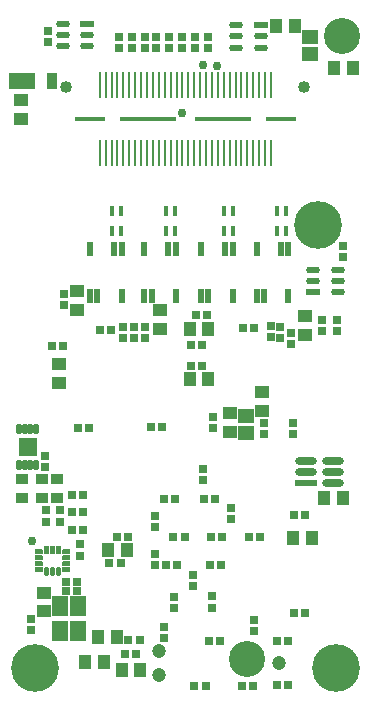
<source format=gbs>
G04*
G04 #@! TF.GenerationSoftware,Altium Limited,Altium Designer,22.8.2 (66)*
G04*
G04 Layer_Color=16711935*
%FSLAX25Y25*%
%MOIN*%
G70*
G04*
G04 #@! TF.SameCoordinates,FBB38BD8-B248-4C14-88E0-E7BD1AE39475*
G04*
G04*
G04 #@! TF.FilePolarity,Negative*
G04*
G01*
G75*
%ADD57R,0.07301X0.02410*%
G04:AMPARAMS|DCode=58|XSize=73.01mil|YSize=24.1mil|CornerRadius=12.05mil|HoleSize=0mil|Usage=FLASHONLY|Rotation=0.000|XOffset=0mil|YOffset=0mil|HoleType=Round|Shape=RoundedRectangle|*
%AMROUNDEDRECTD58*
21,1,0.07301,0.00000,0,0,0.0*
21,1,0.04891,0.02410,0,0,0.0*
1,1,0.02410,0.02445,0.00000*
1,1,0.02410,-0.02445,0.00000*
1,1,0.02410,-0.02445,0.00000*
1,1,0.02410,0.02445,0.00000*
%
%ADD58ROUNDEDRECTD58*%
%ADD68R,0.02756X0.02913*%
%ADD69R,0.02913X0.02756*%
%ADD71R,0.02800X0.02500*%
%ADD74R,0.02769X0.02965*%
%ADD75R,0.04540X0.04147*%
%ADD78R,0.02500X0.02800*%
%ADD80R,0.02965X0.02769*%
%ADD81R,0.04147X0.04540*%
%ADD86R,0.04343X0.03753*%
%ADD90C,0.12000*%
G04:AMPARAMS|DCode=91|XSize=35.95mil|YSize=18.63mil|CornerRadius=7.72mil|HoleSize=0mil|Usage=FLASHONLY|Rotation=270.000|XOffset=0mil|YOffset=0mil|HoleType=Round|Shape=RoundedRectangle|*
%AMROUNDEDRECTD91*
21,1,0.03595,0.00319,0,0,270.0*
21,1,0.02051,0.01863,0,0,270.0*
1,1,0.01544,-0.00160,-0.01026*
1,1,0.01544,-0.00160,0.01026*
1,1,0.01544,0.00160,0.01026*
1,1,0.01544,0.00160,-0.01026*
%
%ADD91ROUNDEDRECTD91*%
%ADD92R,0.06312X0.05918*%
%ADD99C,0.04737*%
%ADD100C,0.04016*%
%ADD101C,0.15948*%
%ADD102C,0.03000*%
G04:AMPARAMS|DCode=126|XSize=47.45mil|YSize=20.86mil|CornerRadius=10.43mil|HoleSize=0mil|Usage=FLASHONLY|Rotation=180.000|XOffset=0mil|YOffset=0mil|HoleType=Round|Shape=RoundedRectangle|*
%AMROUNDEDRECTD126*
21,1,0.04745,0.00000,0,0,180.0*
21,1,0.02659,0.02086,0,0,180.0*
1,1,0.02086,-0.01330,0.00000*
1,1,0.02086,0.01330,0.00000*
1,1,0.02086,0.01330,0.00000*
1,1,0.02086,-0.01330,0.00000*
%
%ADD126ROUNDEDRECTD126*%
%ADD127R,0.04745X0.02086*%
%ADD130R,0.01098X0.08937*%
%ADD131R,0.05339X0.04545*%
%ADD136R,0.18504X0.01693*%
%ADD137R,0.10000X0.01693*%
%ADD139R,0.01575X0.03543*%
%ADD141R,0.03750X0.05700*%
%ADD142R,0.08850X0.05750*%
%ADD143R,0.02008X0.05118*%
%ADD144R,0.02362X0.05118*%
%ADD145R,0.05524X0.06706*%
G36*
X18136Y50636D02*
X18162Y50634D01*
X18187Y50630D01*
X18213Y50625D01*
X18238Y50620D01*
X18262Y50612D01*
X18287Y50603D01*
X18310Y50594D01*
X18334Y50583D01*
X18356Y50570D01*
X18378Y50557D01*
X18399Y50542D01*
X18420Y50526D01*
X18440Y50510D01*
X18458Y50492D01*
X18476Y50473D01*
X18493Y50454D01*
X18508Y50433D01*
X18523Y50412D01*
X18536Y50390D01*
X18549Y50367D01*
X18560Y50344D01*
X18570Y50321D01*
X18578Y50296D01*
X18586Y50271D01*
X18592Y50246D01*
X18596Y50221D01*
X18600Y50195D01*
X18602Y50170D01*
X18602Y50144D01*
Y48412D01*
X18602Y48386D01*
X18600Y48360D01*
X18596Y48335D01*
X18592Y48309D01*
X18586Y48284D01*
X18578Y48260D01*
X18570Y48235D01*
X18560Y48212D01*
X18549Y48188D01*
X18536Y48166D01*
X18523Y48144D01*
X18508Y48123D01*
X18493Y48102D01*
X18476Y48083D01*
X18458Y48064D01*
X18440Y48046D01*
X18420Y48029D01*
X18399Y48014D01*
X18378Y47999D01*
X18356Y47986D01*
X18334Y47973D01*
X18310Y47962D01*
X18287Y47952D01*
X18262Y47944D01*
X18238Y47936D01*
X18213Y47930D01*
X18187Y47926D01*
X18162Y47922D01*
X18136Y47920D01*
X18110Y47920D01*
X17323D01*
X17297Y47920D01*
X17271Y47922D01*
X17246Y47926D01*
X17221Y47930D01*
X17196Y47936D01*
X17171Y47944D01*
X17146Y47952D01*
X17123Y47962D01*
X17099Y47973D01*
X17077Y47986D01*
X17055Y47999D01*
X17034Y48014D01*
X17013Y48029D01*
X16994Y48046D01*
X16975Y48064D01*
X16957Y48083D01*
X16940Y48102D01*
X16925Y48123D01*
X16910Y48144D01*
X16897Y48166D01*
X16884Y48188D01*
X16873Y48212D01*
X16863Y48235D01*
X16855Y48260D01*
X16848Y48284D01*
X16841Y48309D01*
X16837Y48335D01*
X16833Y48360D01*
X16831Y48386D01*
X16831Y48412D01*
Y50144D01*
X16831Y50170D01*
X16833Y50195D01*
X16837Y50221D01*
X16841Y50246D01*
X16848Y50271D01*
X16855Y50296D01*
X16863Y50321D01*
X16873Y50344D01*
X16884Y50367D01*
X16897Y50390D01*
X16910Y50412D01*
X16925Y50433D01*
X16940Y50454D01*
X16957Y50473D01*
X16975Y50492D01*
X16994Y50510D01*
X17013Y50526D01*
X17034Y50542D01*
X17055Y50557D01*
X17077Y50570D01*
X17099Y50583D01*
X17123Y50594D01*
X17146Y50603D01*
X17171Y50612D01*
X17196Y50620D01*
X17221Y50625D01*
X17246Y50630D01*
X17271Y50634D01*
X17297Y50636D01*
X17323Y50636D01*
X18110D01*
X18136Y50636D01*
D02*
G37*
G36*
X16168D02*
X16193Y50634D01*
X16219Y50630D01*
X16244Y50625D01*
X16269Y50620D01*
X16294Y50612D01*
X16318Y50603D01*
X16342Y50594D01*
X16365Y50583D01*
X16388Y50570D01*
X16410Y50557D01*
X16431Y50542D01*
X16451Y50526D01*
X16471Y50510D01*
X16490Y50492D01*
X16508Y50473D01*
X16524Y50454D01*
X16540Y50433D01*
X16555Y50412D01*
X16568Y50390D01*
X16580Y50367D01*
X16591Y50344D01*
X16601Y50321D01*
X16610Y50296D01*
X16617Y50271D01*
X16623Y50246D01*
X16628Y50221D01*
X16631Y50195D01*
X16633Y50170D01*
X16634Y50144D01*
Y48412D01*
X16633Y48386D01*
X16631Y48360D01*
X16628Y48335D01*
X16623Y48309D01*
X16617Y48284D01*
X16610Y48260D01*
X16601Y48235D01*
X16591Y48212D01*
X16580Y48188D01*
X16568Y48166D01*
X16555Y48144D01*
X16540Y48123D01*
X16524Y48102D01*
X16508Y48083D01*
X16490Y48064D01*
X16471Y48046D01*
X16451Y48029D01*
X16431Y48014D01*
X16410Y47999D01*
X16388Y47986D01*
X16365Y47973D01*
X16342Y47962D01*
X16318Y47952D01*
X16294Y47944D01*
X16269Y47936D01*
X16244Y47930D01*
X16219Y47926D01*
X16193Y47922D01*
X16168Y47920D01*
X16142Y47920D01*
X15354D01*
X15329Y47920D01*
X15303Y47922D01*
X15277Y47926D01*
X15252Y47930D01*
X15227Y47936D01*
X15202Y47944D01*
X15178Y47952D01*
X15154Y47962D01*
X15131Y47973D01*
X15108Y47986D01*
X15086Y47999D01*
X15065Y48014D01*
X15045Y48029D01*
X15025Y48046D01*
X15006Y48064D01*
X14989Y48083D01*
X14972Y48102D01*
X14956Y48123D01*
X14942Y48144D01*
X14928Y48166D01*
X14916Y48188D01*
X14905Y48212D01*
X14895Y48235D01*
X14886Y48260D01*
X14879Y48284D01*
X14873Y48309D01*
X14868Y48335D01*
X14865Y48360D01*
X14863Y48386D01*
X14862Y48412D01*
Y50144D01*
X14863Y50170D01*
X14865Y50195D01*
X14868Y50221D01*
X14873Y50246D01*
X14879Y50271D01*
X14886Y50296D01*
X14895Y50321D01*
X14905Y50344D01*
X14916Y50367D01*
X14928Y50390D01*
X14942Y50412D01*
X14956Y50433D01*
X14972Y50454D01*
X14989Y50473D01*
X15006Y50492D01*
X15025Y50510D01*
X15045Y50526D01*
X15065Y50542D01*
X15086Y50557D01*
X15108Y50570D01*
X15131Y50583D01*
X15154Y50594D01*
X15178Y50603D01*
X15202Y50612D01*
X15227Y50620D01*
X15252Y50625D01*
X15277Y50630D01*
X15303Y50634D01*
X15329Y50636D01*
X15354Y50636D01*
X16142D01*
X16168Y50636D01*
D02*
G37*
G36*
X14199D02*
X14225Y50634D01*
X14250Y50630D01*
X14276Y50625D01*
X14301Y50620D01*
X14325Y50612D01*
X14350Y50603D01*
X14373Y50594D01*
X14397Y50583D01*
X14419Y50570D01*
X14441Y50557D01*
X14462Y50542D01*
X14483Y50526D01*
X14502Y50510D01*
X14521Y50492D01*
X14539Y50473D01*
X14556Y50454D01*
X14571Y50433D01*
X14586Y50412D01*
X14599Y50390D01*
X14612Y50367D01*
X14623Y50344D01*
X14633Y50321D01*
X14641Y50296D01*
X14649Y50271D01*
X14655Y50246D01*
X14659Y50221D01*
X14663Y50195D01*
X14665Y50170D01*
X14665Y50144D01*
Y48412D01*
X14665Y48386D01*
X14663Y48360D01*
X14659Y48335D01*
X14655Y48309D01*
X14649Y48284D01*
X14641Y48260D01*
X14633Y48235D01*
X14623Y48212D01*
X14612Y48188D01*
X14599Y48166D01*
X14586Y48144D01*
X14571Y48123D01*
X14556Y48102D01*
X14539Y48083D01*
X14521Y48064D01*
X14502Y48046D01*
X14483Y48029D01*
X14462Y48014D01*
X14441Y47999D01*
X14419Y47986D01*
X14397Y47973D01*
X14373Y47962D01*
X14350Y47952D01*
X14325Y47944D01*
X14301Y47936D01*
X14276Y47930D01*
X14250Y47926D01*
X14225Y47922D01*
X14199Y47920D01*
X14173Y47920D01*
X13386D01*
X13360Y47920D01*
X13334Y47922D01*
X13309Y47926D01*
X13284Y47930D01*
X13258Y47936D01*
X13234Y47944D01*
X13209Y47952D01*
X13186Y47962D01*
X13162Y47973D01*
X13140Y47986D01*
X13118Y47999D01*
X13097Y48014D01*
X13076Y48029D01*
X13057Y48046D01*
X13038Y48064D01*
X13020Y48083D01*
X13003Y48102D01*
X12988Y48123D01*
X12973Y48144D01*
X12960Y48166D01*
X12947Y48188D01*
X12936Y48212D01*
X12926Y48235D01*
X12918Y48260D01*
X12911Y48284D01*
X12904Y48309D01*
X12900Y48335D01*
X12896Y48360D01*
X12894Y48386D01*
X12894Y48412D01*
Y50144D01*
X12894Y50170D01*
X12896Y50195D01*
X12900Y50221D01*
X12904Y50246D01*
X12911Y50271D01*
X12918Y50296D01*
X12926Y50321D01*
X12936Y50344D01*
X12947Y50367D01*
X12960Y50390D01*
X12973Y50412D01*
X12988Y50433D01*
X13003Y50454D01*
X13020Y50473D01*
X13038Y50492D01*
X13057Y50510D01*
X13076Y50526D01*
X13097Y50542D01*
X13118Y50557D01*
X13140Y50570D01*
X13162Y50583D01*
X13186Y50594D01*
X13209Y50603D01*
X13234Y50612D01*
X13258Y50620D01*
X13284Y50625D01*
X13309Y50630D01*
X13334Y50634D01*
X13360Y50636D01*
X13386Y50636D01*
X14173D01*
X14199Y50636D01*
D02*
G37*
G36*
X21226Y49514D02*
X21252Y49512D01*
X21278Y49508D01*
X21303Y49503D01*
X21328Y49497D01*
X21353Y49490D01*
X21377Y49481D01*
X21401Y49472D01*
X21424Y49461D01*
X21447Y49448D01*
X21469Y49435D01*
X21490Y49420D01*
X21510Y49404D01*
X21530Y49388D01*
X21549Y49370D01*
X21566Y49351D01*
X21583Y49332D01*
X21599Y49311D01*
X21613Y49290D01*
X21627Y49268D01*
X21639Y49246D01*
X21650Y49222D01*
X21660Y49198D01*
X21669Y49174D01*
X21676Y49149D01*
X21682Y49124D01*
X21687Y49099D01*
X21690Y49073D01*
X21692Y49048D01*
X21693Y49022D01*
Y48235D01*
X21692Y48209D01*
X21690Y48183D01*
X21687Y48158D01*
X21682Y48132D01*
X21676Y48107D01*
X21669Y48083D01*
X21660Y48058D01*
X21650Y48035D01*
X21639Y48011D01*
X21627Y47989D01*
X21613Y47967D01*
X21599Y47945D01*
X21583Y47925D01*
X21566Y47905D01*
X21549Y47887D01*
X21530Y47869D01*
X21510Y47852D01*
X21490Y47837D01*
X21469Y47822D01*
X21447Y47808D01*
X21424Y47796D01*
X21401Y47785D01*
X21377Y47775D01*
X21353Y47767D01*
X21328Y47759D01*
X21303Y47753D01*
X21278Y47749D01*
X21252Y47745D01*
X21226Y47743D01*
X21201Y47743D01*
X19468D01*
X19443Y47743D01*
X19417Y47745D01*
X19391Y47749D01*
X19366Y47753D01*
X19341Y47759D01*
X19316Y47767D01*
X19292Y47775D01*
X19268Y47785D01*
X19245Y47796D01*
X19222Y47808D01*
X19200Y47822D01*
X19179Y47837D01*
X19159Y47852D01*
X19139Y47869D01*
X19120Y47887D01*
X19103Y47905D01*
X19086Y47925D01*
X19070Y47945D01*
X19056Y47967D01*
X19042Y47989D01*
X19030Y48011D01*
X19019Y48035D01*
X19009Y48058D01*
X19001Y48083D01*
X18993Y48107D01*
X18987Y48132D01*
X18982Y48158D01*
X18979Y48183D01*
X18977Y48209D01*
X18976Y48235D01*
Y49022D01*
X18977Y49048D01*
X18979Y49073D01*
X18982Y49099D01*
X18987Y49124D01*
X18993Y49149D01*
X19001Y49174D01*
X19009Y49198D01*
X19019Y49222D01*
X19030Y49246D01*
X19042Y49268D01*
X19056Y49290D01*
X19070Y49311D01*
X19086Y49332D01*
X19103Y49351D01*
X19120Y49370D01*
X19139Y49388D01*
X19159Y49404D01*
X19179Y49420D01*
X19200Y49435D01*
X19222Y49448D01*
X19245Y49461D01*
X19268Y49472D01*
X19292Y49481D01*
X19316Y49490D01*
X19341Y49497D01*
X19366Y49503D01*
X19391Y49508D01*
X19417Y49512D01*
X19443Y49514D01*
X19468Y49514D01*
X21201D01*
X21226Y49514D01*
D02*
G37*
G36*
X12053D02*
X12079Y49512D01*
X12105Y49508D01*
X12130Y49503D01*
X12155Y49497D01*
X12180Y49490D01*
X12204Y49481D01*
X12228Y49472D01*
X12251Y49461D01*
X12274Y49448D01*
X12296Y49435D01*
X12317Y49420D01*
X12337Y49404D01*
X12357Y49388D01*
X12376Y49370D01*
X12393Y49351D01*
X12410Y49332D01*
X12426Y49311D01*
X12440Y49290D01*
X12454Y49268D01*
X12466Y49246D01*
X12477Y49222D01*
X12487Y49198D01*
X12496Y49174D01*
X12503Y49149D01*
X12509Y49124D01*
X12514Y49099D01*
X12517Y49073D01*
X12519Y49048D01*
X12520Y49022D01*
Y48235D01*
X12519Y48209D01*
X12517Y48183D01*
X12514Y48158D01*
X12509Y48132D01*
X12503Y48107D01*
X12496Y48083D01*
X12487Y48058D01*
X12477Y48035D01*
X12466Y48011D01*
X12454Y47989D01*
X12440Y47967D01*
X12426Y47945D01*
X12410Y47925D01*
X12393Y47905D01*
X12376Y47887D01*
X12357Y47869D01*
X12337Y47852D01*
X12317Y47837D01*
X12296Y47822D01*
X12274Y47808D01*
X12251Y47796D01*
X12228Y47785D01*
X12204Y47775D01*
X12180Y47767D01*
X12155Y47759D01*
X12130Y47753D01*
X12105Y47749D01*
X12079Y47745D01*
X12053Y47743D01*
X12028Y47743D01*
X10295D01*
X10270Y47743D01*
X10244Y47745D01*
X10218Y47749D01*
X10193Y47753D01*
X10168Y47759D01*
X10143Y47767D01*
X10119Y47775D01*
X10095Y47785D01*
X10072Y47796D01*
X10049Y47808D01*
X10027Y47822D01*
X10006Y47837D01*
X9986Y47852D01*
X9966Y47869D01*
X9947Y47887D01*
X9930Y47905D01*
X9913Y47925D01*
X9897Y47945D01*
X9883Y47967D01*
X9869Y47989D01*
X9857Y48011D01*
X9846Y48035D01*
X9836Y48058D01*
X9827Y48083D01*
X9820Y48107D01*
X9814Y48132D01*
X9809Y48158D01*
X9806Y48183D01*
X9804Y48209D01*
X9803Y48235D01*
Y49022D01*
X9804Y49048D01*
X9806Y49073D01*
X9809Y49099D01*
X9814Y49124D01*
X9820Y49149D01*
X9827Y49174D01*
X9836Y49198D01*
X9846Y49222D01*
X9857Y49246D01*
X9869Y49268D01*
X9883Y49290D01*
X9897Y49311D01*
X9913Y49332D01*
X9930Y49351D01*
X9947Y49370D01*
X9966Y49388D01*
X9986Y49404D01*
X10006Y49420D01*
X10027Y49435D01*
X10049Y49448D01*
X10072Y49461D01*
X10095Y49472D01*
X10119Y49481D01*
X10143Y49490D01*
X10168Y49497D01*
X10193Y49503D01*
X10218Y49508D01*
X10244Y49512D01*
X10270Y49514D01*
X10295Y49514D01*
X12028D01*
X12053Y49514D01*
D02*
G37*
G36*
X21226Y47545D02*
X21252Y47543D01*
X21278Y47540D01*
X21303Y47535D01*
X21328Y47529D01*
X21353Y47522D01*
X21377Y47513D01*
X21401Y47503D01*
X21424Y47492D01*
X21447Y47480D01*
X21469Y47466D01*
X21490Y47452D01*
X21510Y47436D01*
X21530Y47419D01*
X21549Y47401D01*
X21566Y47383D01*
X21583Y47363D01*
X21599Y47343D01*
X21613Y47322D01*
X21627Y47300D01*
X21639Y47277D01*
X21650Y47254D01*
X21660Y47230D01*
X21669Y47206D01*
X21676Y47181D01*
X21682Y47156D01*
X21687Y47131D01*
X21690Y47105D01*
X21692Y47079D01*
X21693Y47054D01*
Y46266D01*
X21692Y46240D01*
X21690Y46215D01*
X21687Y46189D01*
X21682Y46164D01*
X21676Y46139D01*
X21669Y46114D01*
X21660Y46090D01*
X21650Y46066D01*
X21639Y46043D01*
X21627Y46020D01*
X21613Y45998D01*
X21599Y45977D01*
X21583Y45956D01*
X21566Y45937D01*
X21549Y45918D01*
X21530Y45900D01*
X21510Y45884D01*
X21490Y45868D01*
X21469Y45853D01*
X21447Y45840D01*
X21424Y45828D01*
X21401Y45817D01*
X21377Y45807D01*
X21353Y45798D01*
X21328Y45791D01*
X21303Y45785D01*
X21278Y45780D01*
X21252Y45777D01*
X21226Y45775D01*
X21201Y45774D01*
X19468D01*
X19443Y45775D01*
X19417Y45777D01*
X19391Y45780D01*
X19366Y45785D01*
X19341Y45791D01*
X19316Y45798D01*
X19292Y45807D01*
X19268Y45817D01*
X19245Y45828D01*
X19222Y45840D01*
X19200Y45853D01*
X19179Y45868D01*
X19159Y45884D01*
X19139Y45900D01*
X19120Y45918D01*
X19103Y45937D01*
X19086Y45956D01*
X19070Y45977D01*
X19056Y45998D01*
X19042Y46020D01*
X19030Y46043D01*
X19019Y46066D01*
X19009Y46090D01*
X19001Y46114D01*
X18993Y46139D01*
X18987Y46164D01*
X18982Y46189D01*
X18979Y46215D01*
X18977Y46240D01*
X18976Y46266D01*
Y47054D01*
X18977Y47079D01*
X18979Y47105D01*
X18982Y47131D01*
X18987Y47156D01*
X18993Y47181D01*
X19001Y47206D01*
X19009Y47230D01*
X19019Y47254D01*
X19030Y47277D01*
X19042Y47300D01*
X19056Y47322D01*
X19070Y47343D01*
X19086Y47363D01*
X19103Y47383D01*
X19120Y47401D01*
X19139Y47419D01*
X19159Y47436D01*
X19179Y47452D01*
X19200Y47466D01*
X19222Y47480D01*
X19245Y47492D01*
X19268Y47503D01*
X19292Y47513D01*
X19316Y47522D01*
X19341Y47529D01*
X19366Y47535D01*
X19391Y47540D01*
X19417Y47543D01*
X19443Y47545D01*
X19468Y47546D01*
X21201D01*
X21226Y47545D01*
D02*
G37*
G36*
X12053D02*
X12079Y47543D01*
X12105Y47540D01*
X12130Y47535D01*
X12155Y47529D01*
X12180Y47522D01*
X12204Y47513D01*
X12228Y47503D01*
X12251Y47492D01*
X12274Y47480D01*
X12296Y47466D01*
X12317Y47452D01*
X12337Y47436D01*
X12357Y47419D01*
X12376Y47401D01*
X12393Y47383D01*
X12410Y47363D01*
X12426Y47343D01*
X12440Y47322D01*
X12454Y47300D01*
X12466Y47277D01*
X12477Y47254D01*
X12487Y47230D01*
X12496Y47206D01*
X12503Y47181D01*
X12509Y47156D01*
X12514Y47131D01*
X12517Y47105D01*
X12519Y47079D01*
X12520Y47054D01*
Y46266D01*
X12519Y46240D01*
X12517Y46215D01*
X12514Y46189D01*
X12509Y46164D01*
X12503Y46139D01*
X12496Y46114D01*
X12487Y46090D01*
X12477Y46066D01*
X12466Y46043D01*
X12454Y46020D01*
X12440Y45998D01*
X12426Y45977D01*
X12410Y45956D01*
X12393Y45937D01*
X12376Y45918D01*
X12357Y45900D01*
X12337Y45884D01*
X12317Y45868D01*
X12296Y45853D01*
X12274Y45840D01*
X12251Y45828D01*
X12228Y45817D01*
X12204Y45807D01*
X12180Y45798D01*
X12155Y45791D01*
X12130Y45785D01*
X12105Y45780D01*
X12079Y45777D01*
X12053Y45775D01*
X12028Y45774D01*
X10295D01*
X10270Y45775D01*
X10244Y45777D01*
X10218Y45780D01*
X10193Y45785D01*
X10168Y45791D01*
X10143Y45798D01*
X10119Y45807D01*
X10095Y45817D01*
X10072Y45828D01*
X10049Y45840D01*
X10027Y45853D01*
X10006Y45868D01*
X9986Y45884D01*
X9966Y45900D01*
X9947Y45918D01*
X9930Y45937D01*
X9913Y45956D01*
X9897Y45977D01*
X9883Y45998D01*
X9869Y46020D01*
X9857Y46043D01*
X9846Y46066D01*
X9836Y46090D01*
X9827Y46114D01*
X9820Y46139D01*
X9814Y46164D01*
X9809Y46189D01*
X9806Y46215D01*
X9804Y46240D01*
X9803Y46266D01*
Y47054D01*
X9804Y47079D01*
X9806Y47105D01*
X9809Y47131D01*
X9814Y47156D01*
X9820Y47181D01*
X9827Y47206D01*
X9836Y47230D01*
X9846Y47254D01*
X9857Y47277D01*
X9869Y47300D01*
X9883Y47322D01*
X9897Y47343D01*
X9913Y47363D01*
X9930Y47383D01*
X9947Y47401D01*
X9966Y47419D01*
X9986Y47436D01*
X10006Y47452D01*
X10027Y47466D01*
X10049Y47480D01*
X10072Y47492D01*
X10095Y47503D01*
X10119Y47513D01*
X10143Y47522D01*
X10168Y47529D01*
X10193Y47535D01*
X10218Y47540D01*
X10244Y47543D01*
X10270Y47545D01*
X10295Y47546D01*
X12028D01*
X12053Y47545D01*
D02*
G37*
G36*
X21226Y45577D02*
X21252Y45575D01*
X21278Y45571D01*
X21303Y45566D01*
X21328Y45560D01*
X21353Y45553D01*
X21377Y45544D01*
X21401Y45535D01*
X21424Y45524D01*
X21447Y45511D01*
X21469Y45498D01*
X21490Y45483D01*
X21510Y45467D01*
X21530Y45451D01*
X21549Y45433D01*
X21566Y45414D01*
X21583Y45395D01*
X21599Y45374D01*
X21613Y45353D01*
X21627Y45331D01*
X21639Y45309D01*
X21650Y45285D01*
X21660Y45261D01*
X21669Y45237D01*
X21676Y45212D01*
X21682Y45187D01*
X21687Y45162D01*
X21690Y45136D01*
X21692Y45111D01*
X21693Y45085D01*
Y44298D01*
X21692Y44272D01*
X21690Y44246D01*
X21687Y44221D01*
X21682Y44195D01*
X21676Y44170D01*
X21669Y44146D01*
X21660Y44121D01*
X21650Y44098D01*
X21639Y44074D01*
X21627Y44052D01*
X21613Y44030D01*
X21599Y44008D01*
X21583Y43988D01*
X21566Y43968D01*
X21549Y43950D01*
X21530Y43932D01*
X21510Y43915D01*
X21490Y43900D01*
X21469Y43885D01*
X21447Y43871D01*
X21424Y43859D01*
X21401Y43848D01*
X21377Y43838D01*
X21353Y43830D01*
X21328Y43822D01*
X21303Y43816D01*
X21278Y43812D01*
X21252Y43808D01*
X21226Y43806D01*
X21201Y43806D01*
X19468D01*
X19443Y43806D01*
X19417Y43808D01*
X19391Y43812D01*
X19366Y43816D01*
X19341Y43822D01*
X19316Y43830D01*
X19292Y43838D01*
X19268Y43848D01*
X19245Y43859D01*
X19222Y43871D01*
X19200Y43885D01*
X19179Y43900D01*
X19159Y43915D01*
X19139Y43932D01*
X19120Y43950D01*
X19103Y43968D01*
X19086Y43988D01*
X19070Y44008D01*
X19056Y44030D01*
X19042Y44052D01*
X19030Y44074D01*
X19019Y44098D01*
X19009Y44121D01*
X19001Y44146D01*
X18993Y44170D01*
X18987Y44195D01*
X18982Y44221D01*
X18979Y44246D01*
X18977Y44272D01*
X18976Y44298D01*
Y45085D01*
X18977Y45111D01*
X18979Y45136D01*
X18982Y45162D01*
X18987Y45187D01*
X18993Y45212D01*
X19001Y45237D01*
X19009Y45261D01*
X19019Y45285D01*
X19030Y45309D01*
X19042Y45331D01*
X19056Y45353D01*
X19070Y45374D01*
X19086Y45395D01*
X19103Y45414D01*
X19120Y45433D01*
X19139Y45451D01*
X19159Y45467D01*
X19179Y45483D01*
X19200Y45498D01*
X19222Y45511D01*
X19245Y45524D01*
X19268Y45535D01*
X19292Y45544D01*
X19316Y45553D01*
X19341Y45560D01*
X19366Y45566D01*
X19391Y45571D01*
X19417Y45575D01*
X19443Y45577D01*
X19468Y45577D01*
X21201D01*
X21226Y45577D01*
D02*
G37*
G36*
X12053D02*
X12079Y45575D01*
X12105Y45571D01*
X12130Y45566D01*
X12155Y45560D01*
X12180Y45553D01*
X12204Y45544D01*
X12228Y45535D01*
X12251Y45524D01*
X12274Y45511D01*
X12296Y45498D01*
X12317Y45483D01*
X12337Y45467D01*
X12357Y45451D01*
X12376Y45433D01*
X12393Y45414D01*
X12410Y45395D01*
X12426Y45374D01*
X12440Y45353D01*
X12454Y45331D01*
X12466Y45309D01*
X12477Y45285D01*
X12487Y45261D01*
X12496Y45237D01*
X12503Y45212D01*
X12509Y45187D01*
X12514Y45162D01*
X12517Y45136D01*
X12519Y45111D01*
X12520Y45085D01*
Y44298D01*
X12519Y44272D01*
X12517Y44246D01*
X12514Y44221D01*
X12509Y44195D01*
X12503Y44170D01*
X12496Y44146D01*
X12487Y44121D01*
X12477Y44098D01*
X12466Y44074D01*
X12454Y44052D01*
X12440Y44030D01*
X12426Y44008D01*
X12410Y43988D01*
X12393Y43968D01*
X12376Y43950D01*
X12357Y43932D01*
X12337Y43915D01*
X12317Y43900D01*
X12296Y43885D01*
X12274Y43871D01*
X12251Y43859D01*
X12228Y43848D01*
X12204Y43838D01*
X12180Y43830D01*
X12155Y43822D01*
X12130Y43816D01*
X12105Y43812D01*
X12079Y43808D01*
X12053Y43806D01*
X12028Y43806D01*
X10295D01*
X10270Y43806D01*
X10244Y43808D01*
X10218Y43812D01*
X10193Y43816D01*
X10168Y43822D01*
X10143Y43830D01*
X10119Y43838D01*
X10095Y43848D01*
X10072Y43859D01*
X10049Y43871D01*
X10027Y43885D01*
X10006Y43900D01*
X9986Y43915D01*
X9966Y43932D01*
X9947Y43950D01*
X9930Y43968D01*
X9913Y43988D01*
X9897Y44008D01*
X9883Y44030D01*
X9869Y44052D01*
X9857Y44074D01*
X9846Y44098D01*
X9836Y44121D01*
X9827Y44146D01*
X9820Y44170D01*
X9814Y44195D01*
X9809Y44221D01*
X9806Y44246D01*
X9804Y44272D01*
X9803Y44298D01*
Y45085D01*
X9804Y45111D01*
X9806Y45136D01*
X9809Y45162D01*
X9814Y45187D01*
X9820Y45212D01*
X9827Y45237D01*
X9836Y45261D01*
X9846Y45285D01*
X9857Y45309D01*
X9869Y45331D01*
X9883Y45353D01*
X9897Y45374D01*
X9913Y45395D01*
X9930Y45414D01*
X9947Y45433D01*
X9966Y45451D01*
X9986Y45467D01*
X10006Y45483D01*
X10027Y45498D01*
X10049Y45511D01*
X10072Y45524D01*
X10095Y45535D01*
X10119Y45544D01*
X10143Y45553D01*
X10168Y45560D01*
X10193Y45566D01*
X10218Y45571D01*
X10244Y45575D01*
X10270Y45577D01*
X10295Y45577D01*
X12028D01*
X12053Y45577D01*
D02*
G37*
G36*
X21226Y43608D02*
X21252Y43606D01*
X21278Y43603D01*
X21303Y43598D01*
X21328Y43592D01*
X21353Y43585D01*
X21377Y43576D01*
X21401Y43566D01*
X21424Y43555D01*
X21447Y43543D01*
X21469Y43529D01*
X21490Y43515D01*
X21510Y43499D01*
X21530Y43482D01*
X21549Y43464D01*
X21566Y43446D01*
X21583Y43426D01*
X21599Y43406D01*
X21613Y43385D01*
X21627Y43363D01*
X21639Y43340D01*
X21650Y43317D01*
X21660Y43293D01*
X21669Y43269D01*
X21676Y43244D01*
X21682Y43219D01*
X21687Y43194D01*
X21690Y43168D01*
X21692Y43142D01*
X21693Y43117D01*
Y42329D01*
X21692Y42303D01*
X21690Y42278D01*
X21687Y42252D01*
X21682Y42227D01*
X21676Y42202D01*
X21669Y42177D01*
X21660Y42153D01*
X21650Y42129D01*
X21639Y42106D01*
X21627Y42083D01*
X21613Y42061D01*
X21599Y42040D01*
X21583Y42019D01*
X21566Y42000D01*
X21549Y41981D01*
X21530Y41963D01*
X21510Y41947D01*
X21490Y41931D01*
X21469Y41916D01*
X21447Y41903D01*
X21424Y41891D01*
X21401Y41880D01*
X21377Y41870D01*
X21353Y41861D01*
X21328Y41854D01*
X21303Y41848D01*
X21278Y41843D01*
X21252Y41840D01*
X21226Y41838D01*
X21201Y41837D01*
X19468D01*
X19443Y41838D01*
X19417Y41840D01*
X19391Y41843D01*
X19366Y41848D01*
X19341Y41854D01*
X19316Y41861D01*
X19292Y41870D01*
X19268Y41880D01*
X19245Y41891D01*
X19222Y41903D01*
X19200Y41916D01*
X19179Y41931D01*
X19159Y41947D01*
X19139Y41963D01*
X19120Y41981D01*
X19103Y42000D01*
X19086Y42019D01*
X19070Y42040D01*
X19056Y42061D01*
X19042Y42083D01*
X19030Y42106D01*
X19019Y42129D01*
X19009Y42153D01*
X19001Y42177D01*
X18993Y42202D01*
X18987Y42227D01*
X18982Y42252D01*
X18979Y42278D01*
X18977Y42303D01*
X18976Y42329D01*
Y43117D01*
X18977Y43142D01*
X18979Y43168D01*
X18982Y43194D01*
X18987Y43219D01*
X18993Y43244D01*
X19001Y43269D01*
X19009Y43293D01*
X19019Y43317D01*
X19030Y43340D01*
X19042Y43363D01*
X19056Y43385D01*
X19070Y43406D01*
X19086Y43426D01*
X19103Y43446D01*
X19120Y43464D01*
X19139Y43482D01*
X19159Y43499D01*
X19179Y43515D01*
X19200Y43529D01*
X19222Y43543D01*
X19245Y43555D01*
X19268Y43566D01*
X19292Y43576D01*
X19316Y43585D01*
X19341Y43592D01*
X19366Y43598D01*
X19391Y43603D01*
X19417Y43606D01*
X19443Y43608D01*
X19468Y43609D01*
X21201D01*
X21226Y43608D01*
D02*
G37*
G36*
X12053D02*
X12079Y43606D01*
X12105Y43603D01*
X12130Y43598D01*
X12155Y43592D01*
X12180Y43585D01*
X12204Y43576D01*
X12228Y43566D01*
X12251Y43555D01*
X12274Y43543D01*
X12296Y43529D01*
X12317Y43515D01*
X12337Y43499D01*
X12357Y43482D01*
X12376Y43464D01*
X12393Y43446D01*
X12410Y43426D01*
X12426Y43406D01*
X12440Y43385D01*
X12454Y43363D01*
X12466Y43340D01*
X12477Y43317D01*
X12487Y43293D01*
X12496Y43269D01*
X12503Y43244D01*
X12509Y43219D01*
X12514Y43194D01*
X12517Y43168D01*
X12519Y43142D01*
X12520Y43117D01*
Y42329D01*
X12519Y42303D01*
X12517Y42278D01*
X12514Y42252D01*
X12509Y42227D01*
X12503Y42202D01*
X12496Y42177D01*
X12487Y42153D01*
X12477Y42129D01*
X12466Y42106D01*
X12454Y42083D01*
X12440Y42061D01*
X12426Y42040D01*
X12410Y42019D01*
X12393Y42000D01*
X12376Y41981D01*
X12357Y41963D01*
X12337Y41947D01*
X12317Y41931D01*
X12296Y41916D01*
X12274Y41903D01*
X12251Y41891D01*
X12228Y41880D01*
X12204Y41870D01*
X12180Y41861D01*
X12155Y41854D01*
X12130Y41848D01*
X12105Y41843D01*
X12079Y41840D01*
X12053Y41838D01*
X12028Y41837D01*
X10295D01*
X10270Y41838D01*
X10244Y41840D01*
X10218Y41843D01*
X10193Y41848D01*
X10168Y41854D01*
X10143Y41861D01*
X10119Y41870D01*
X10095Y41880D01*
X10072Y41891D01*
X10049Y41903D01*
X10027Y41916D01*
X10006Y41931D01*
X9986Y41947D01*
X9966Y41963D01*
X9947Y41981D01*
X9930Y42000D01*
X9913Y42019D01*
X9897Y42040D01*
X9883Y42061D01*
X9869Y42083D01*
X9857Y42106D01*
X9846Y42129D01*
X9836Y42153D01*
X9827Y42177D01*
X9820Y42202D01*
X9814Y42227D01*
X9809Y42252D01*
X9806Y42278D01*
X9804Y42303D01*
X9803Y42329D01*
Y43117D01*
X9804Y43142D01*
X9806Y43168D01*
X9809Y43194D01*
X9814Y43219D01*
X9820Y43244D01*
X9827Y43269D01*
X9836Y43293D01*
X9846Y43317D01*
X9857Y43340D01*
X9869Y43363D01*
X9883Y43385D01*
X9897Y43406D01*
X9913Y43426D01*
X9930Y43446D01*
X9947Y43464D01*
X9966Y43482D01*
X9986Y43499D01*
X10006Y43515D01*
X10027Y43529D01*
X10049Y43543D01*
X10072Y43555D01*
X10095Y43566D01*
X10119Y43576D01*
X10143Y43585D01*
X10168Y43592D01*
X10193Y43598D01*
X10218Y43603D01*
X10244Y43606D01*
X10270Y43608D01*
X10295Y43609D01*
X12028D01*
X12053Y43608D01*
D02*
G37*
G36*
X18136Y43431D02*
X18162Y43429D01*
X18187Y43425D01*
X18213Y43421D01*
X18238Y43415D01*
X18262Y43407D01*
X18287Y43399D01*
X18310Y43389D01*
X18334Y43378D01*
X18356Y43366D01*
X18378Y43352D01*
X18399Y43338D01*
X18420Y43322D01*
X18440Y43305D01*
X18458Y43287D01*
X18476Y43269D01*
X18493Y43249D01*
X18508Y43229D01*
X18523Y43207D01*
X18536Y43185D01*
X18549Y43163D01*
X18560Y43139D01*
X18570Y43116D01*
X18578Y43091D01*
X18586Y43067D01*
X18592Y43042D01*
X18596Y43016D01*
X18600Y42991D01*
X18602Y42965D01*
X18602Y42939D01*
Y41207D01*
X18602Y41181D01*
X18600Y41156D01*
X18596Y41130D01*
X18592Y41105D01*
X18586Y41080D01*
X18578Y41055D01*
X18570Y41031D01*
X18560Y41007D01*
X18549Y40984D01*
X18536Y40961D01*
X18523Y40939D01*
X18508Y40918D01*
X18493Y40897D01*
X18476Y40878D01*
X18458Y40859D01*
X18440Y40841D01*
X18420Y40825D01*
X18399Y40809D01*
X18378Y40794D01*
X18356Y40781D01*
X18334Y40769D01*
X18310Y40758D01*
X18287Y40748D01*
X18262Y40739D01*
X18238Y40732D01*
X18213Y40726D01*
X18187Y40721D01*
X18162Y40718D01*
X18136Y40716D01*
X18110Y40715D01*
X17323D01*
X17297Y40716D01*
X17271Y40718D01*
X17246Y40721D01*
X17221Y40726D01*
X17196Y40732D01*
X17171Y40739D01*
X17146Y40748D01*
X17123Y40758D01*
X17099Y40769D01*
X17077Y40781D01*
X17055Y40794D01*
X17034Y40809D01*
X17013Y40825D01*
X16994Y40841D01*
X16975Y40859D01*
X16957Y40878D01*
X16940Y40897D01*
X16925Y40918D01*
X16910Y40939D01*
X16897Y40961D01*
X16884Y40984D01*
X16873Y41007D01*
X16863Y41031D01*
X16855Y41055D01*
X16848Y41080D01*
X16841Y41105D01*
X16837Y41130D01*
X16833Y41156D01*
X16831Y41181D01*
X16831Y41207D01*
Y42939D01*
X16831Y42965D01*
X16833Y42991D01*
X16837Y43016D01*
X16841Y43042D01*
X16848Y43067D01*
X16855Y43091D01*
X16863Y43116D01*
X16873Y43139D01*
X16884Y43163D01*
X16897Y43185D01*
X16910Y43207D01*
X16925Y43229D01*
X16940Y43249D01*
X16957Y43269D01*
X16975Y43287D01*
X16994Y43305D01*
X17013Y43322D01*
X17034Y43338D01*
X17055Y43352D01*
X17077Y43366D01*
X17099Y43378D01*
X17123Y43389D01*
X17146Y43399D01*
X17171Y43407D01*
X17196Y43415D01*
X17221Y43421D01*
X17246Y43425D01*
X17271Y43429D01*
X17297Y43431D01*
X17323Y43431D01*
X18110D01*
X18136Y43431D01*
D02*
G37*
G36*
X16168D02*
X16193Y43429D01*
X16219Y43425D01*
X16244Y43421D01*
X16269Y43415D01*
X16294Y43407D01*
X16318Y43399D01*
X16342Y43389D01*
X16365Y43378D01*
X16388Y43366D01*
X16410Y43352D01*
X16431Y43338D01*
X16451Y43322D01*
X16471Y43305D01*
X16490Y43287D01*
X16508Y43269D01*
X16524Y43249D01*
X16540Y43229D01*
X16555Y43207D01*
X16568Y43185D01*
X16580Y43163D01*
X16591Y43139D01*
X16601Y43116D01*
X16610Y43091D01*
X16617Y43067D01*
X16623Y43042D01*
X16628Y43016D01*
X16631Y42991D01*
X16633Y42965D01*
X16634Y42939D01*
Y41207D01*
X16633Y41181D01*
X16631Y41156D01*
X16628Y41130D01*
X16623Y41105D01*
X16617Y41080D01*
X16610Y41055D01*
X16601Y41031D01*
X16591Y41007D01*
X16580Y40984D01*
X16568Y40961D01*
X16555Y40939D01*
X16540Y40918D01*
X16524Y40897D01*
X16508Y40878D01*
X16490Y40859D01*
X16471Y40841D01*
X16451Y40825D01*
X16431Y40809D01*
X16410Y40794D01*
X16388Y40781D01*
X16365Y40769D01*
X16342Y40758D01*
X16318Y40748D01*
X16294Y40739D01*
X16269Y40732D01*
X16244Y40726D01*
X16219Y40721D01*
X16193Y40718D01*
X16168Y40716D01*
X16142Y40715D01*
X15354D01*
X15329Y40716D01*
X15303Y40718D01*
X15277Y40721D01*
X15252Y40726D01*
X15227Y40732D01*
X15202Y40739D01*
X15178Y40748D01*
X15154Y40758D01*
X15131Y40769D01*
X15108Y40781D01*
X15086Y40794D01*
X15065Y40809D01*
X15045Y40825D01*
X15025Y40841D01*
X15006Y40859D01*
X14989Y40878D01*
X14972Y40897D01*
X14956Y40918D01*
X14942Y40939D01*
X14928Y40961D01*
X14916Y40984D01*
X14905Y41007D01*
X14895Y41031D01*
X14886Y41055D01*
X14879Y41080D01*
X14873Y41105D01*
X14868Y41130D01*
X14865Y41156D01*
X14863Y41181D01*
X14862Y41207D01*
Y42939D01*
X14863Y42965D01*
X14865Y42991D01*
X14868Y43016D01*
X14873Y43042D01*
X14879Y43067D01*
X14886Y43091D01*
X14895Y43116D01*
X14905Y43139D01*
X14916Y43163D01*
X14928Y43185D01*
X14942Y43207D01*
X14956Y43229D01*
X14972Y43249D01*
X14989Y43269D01*
X15006Y43287D01*
X15025Y43305D01*
X15045Y43322D01*
X15065Y43338D01*
X15086Y43352D01*
X15108Y43366D01*
X15131Y43378D01*
X15154Y43389D01*
X15178Y43399D01*
X15202Y43407D01*
X15227Y43415D01*
X15252Y43421D01*
X15277Y43425D01*
X15303Y43429D01*
X15329Y43431D01*
X15354Y43431D01*
X16142D01*
X16168Y43431D01*
D02*
G37*
G36*
X14199D02*
X14225Y43429D01*
X14250Y43425D01*
X14276Y43421D01*
X14301Y43415D01*
X14325Y43407D01*
X14350Y43399D01*
X14373Y43389D01*
X14397Y43378D01*
X14419Y43366D01*
X14441Y43352D01*
X14462Y43338D01*
X14483Y43322D01*
X14502Y43305D01*
X14521Y43287D01*
X14539Y43269D01*
X14556Y43249D01*
X14571Y43229D01*
X14586Y43207D01*
X14599Y43185D01*
X14612Y43163D01*
X14623Y43139D01*
X14633Y43116D01*
X14641Y43091D01*
X14649Y43067D01*
X14655Y43042D01*
X14659Y43016D01*
X14663Y42991D01*
X14665Y42965D01*
X14665Y42939D01*
Y41207D01*
X14665Y41181D01*
X14663Y41156D01*
X14659Y41130D01*
X14655Y41105D01*
X14649Y41080D01*
X14641Y41055D01*
X14633Y41031D01*
X14623Y41007D01*
X14612Y40984D01*
X14599Y40961D01*
X14586Y40939D01*
X14571Y40918D01*
X14556Y40897D01*
X14539Y40878D01*
X14521Y40859D01*
X14502Y40841D01*
X14483Y40825D01*
X14462Y40809D01*
X14441Y40794D01*
X14419Y40781D01*
X14397Y40769D01*
X14373Y40758D01*
X14350Y40748D01*
X14325Y40739D01*
X14301Y40732D01*
X14276Y40726D01*
X14250Y40721D01*
X14225Y40718D01*
X14199Y40716D01*
X14173Y40715D01*
X13386D01*
X13360Y40716D01*
X13334Y40718D01*
X13309Y40721D01*
X13284Y40726D01*
X13258Y40732D01*
X13234Y40739D01*
X13209Y40748D01*
X13186Y40758D01*
X13162Y40769D01*
X13140Y40781D01*
X13118Y40794D01*
X13097Y40809D01*
X13076Y40825D01*
X13057Y40841D01*
X13038Y40859D01*
X13020Y40878D01*
X13003Y40897D01*
X12988Y40918D01*
X12973Y40939D01*
X12960Y40961D01*
X12947Y40984D01*
X12936Y41007D01*
X12926Y41031D01*
X12918Y41055D01*
X12911Y41080D01*
X12904Y41105D01*
X12900Y41130D01*
X12896Y41156D01*
X12894Y41181D01*
X12894Y41207D01*
Y42939D01*
X12894Y42965D01*
X12896Y42991D01*
X12900Y43016D01*
X12904Y43042D01*
X12911Y43067D01*
X12918Y43091D01*
X12926Y43116D01*
X12936Y43139D01*
X12947Y43163D01*
X12960Y43185D01*
X12973Y43207D01*
X12988Y43229D01*
X13003Y43249D01*
X13020Y43269D01*
X13038Y43287D01*
X13057Y43305D01*
X13076Y43322D01*
X13097Y43338D01*
X13118Y43352D01*
X13140Y43366D01*
X13162Y43378D01*
X13186Y43389D01*
X13209Y43399D01*
X13234Y43407D01*
X13258Y43415D01*
X13284Y43421D01*
X13309Y43425D01*
X13334Y43429D01*
X13360Y43431D01*
X13386Y43431D01*
X14173D01*
X14199Y43431D01*
D02*
G37*
D57*
X100196Y71457D02*
D03*
D58*
Y75197D02*
D03*
Y78937D02*
D03*
X109253D02*
D03*
Y75197D02*
D03*
Y71457D02*
D03*
D68*
X25905Y55905D02*
D03*
X22126D02*
D03*
X23890Y35700D02*
D03*
X20110D02*
D03*
X23890Y38700D02*
D03*
X20110D02*
D03*
X43590Y14700D02*
D03*
X39810D02*
D03*
X67244Y127559D02*
D03*
X63465D02*
D03*
X61890Y117717D02*
D03*
X65669D02*
D03*
X61890Y110630D02*
D03*
X65669D02*
D03*
X15510Y117100D02*
D03*
X19290D02*
D03*
X22126Y61811D02*
D03*
X25905D02*
D03*
X22126Y67716D02*
D03*
X25905D02*
D03*
X66280Y66241D02*
D03*
X70060D02*
D03*
X24094Y89764D02*
D03*
X27874D02*
D03*
X59764Y53543D02*
D03*
X55984D02*
D03*
X99921Y61024D02*
D03*
X96142D02*
D03*
X48504Y90158D02*
D03*
X52284D02*
D03*
X84961Y53543D02*
D03*
X81181D02*
D03*
X99921Y28346D02*
D03*
X96142D02*
D03*
X57402Y44094D02*
D03*
X53622D02*
D03*
X68583Y53543D02*
D03*
X72362D02*
D03*
X68189Y44094D02*
D03*
X71969D02*
D03*
X37087Y53543D02*
D03*
X40866D02*
D03*
X52835Y66142D02*
D03*
X56614D02*
D03*
D69*
X13400Y76910D02*
D03*
Y80690D02*
D03*
X112598Y146929D02*
D03*
Y150709D02*
D03*
X14095Y222362D02*
D03*
Y218583D02*
D03*
X88583Y123937D02*
D03*
Y120158D02*
D03*
X39370Y123543D02*
D03*
Y119764D02*
D03*
X19700Y134679D02*
D03*
Y130900D02*
D03*
X24803Y47323D02*
D03*
Y51102D02*
D03*
X50000Y56772D02*
D03*
Y60551D02*
D03*
X86221Y91654D02*
D03*
Y87874D02*
D03*
X69291Y93622D02*
D03*
Y89842D02*
D03*
X56299Y29921D02*
D03*
Y33701D02*
D03*
X68898Y30000D02*
D03*
Y33779D02*
D03*
X50000Y47953D02*
D03*
Y44173D02*
D03*
X62598Y40866D02*
D03*
Y37087D02*
D03*
X75197Y63307D02*
D03*
Y59527D02*
D03*
X65748Y76299D02*
D03*
Y72520D02*
D03*
D71*
X42100Y220404D02*
D03*
Y216604D02*
D03*
X13681Y58730D02*
D03*
Y62530D02*
D03*
X18323D02*
D03*
Y58730D02*
D03*
X46457Y220404D02*
D03*
Y216604D02*
D03*
X50394Y220404D02*
D03*
Y216604D02*
D03*
X54724D02*
D03*
Y220404D02*
D03*
X8600Y26300D02*
D03*
Y22500D02*
D03*
X96063Y91664D02*
D03*
Y87864D02*
D03*
X59055Y220404D02*
D03*
Y216604D02*
D03*
X63386Y220404D02*
D03*
Y216604D02*
D03*
X67716Y220404D02*
D03*
Y216604D02*
D03*
X37800Y220404D02*
D03*
Y216604D02*
D03*
X110630Y125916D02*
D03*
Y122116D02*
D03*
X105512Y125916D02*
D03*
Y122116D02*
D03*
X83071Y22116D02*
D03*
Y25916D02*
D03*
D74*
X78839Y3937D02*
D03*
X82579D02*
D03*
X90551Y4331D02*
D03*
X94291D02*
D03*
X90551Y18898D02*
D03*
X94291D02*
D03*
X71555D02*
D03*
X67815D02*
D03*
D75*
X5400Y199150D02*
D03*
Y192850D02*
D03*
X12992Y35039D02*
D03*
Y28740D02*
D03*
X100000Y127165D02*
D03*
Y120866D02*
D03*
X51575Y129134D02*
D03*
Y122835D02*
D03*
X17800Y105050D02*
D03*
Y111350D02*
D03*
X23900Y135450D02*
D03*
Y129150D02*
D03*
X74803Y94882D02*
D03*
Y88583D02*
D03*
X85433Y101969D02*
D03*
Y95669D02*
D03*
D78*
X38514Y44882D02*
D03*
X34714D02*
D03*
X79202Y123228D02*
D03*
X83002D02*
D03*
X35365Y122441D02*
D03*
X31565D02*
D03*
X44813Y19291D02*
D03*
X41013D02*
D03*
X66861Y3937D02*
D03*
X63061D02*
D03*
D80*
X52756Y19783D02*
D03*
Y23524D02*
D03*
X91732Y119770D02*
D03*
Y123510D02*
D03*
X95276Y117900D02*
D03*
Y121640D02*
D03*
X46457Y119783D02*
D03*
Y123524D02*
D03*
X42913Y119783D02*
D03*
Y123524D02*
D03*
D81*
X109449Y209842D02*
D03*
X115748D02*
D03*
X37150Y20200D02*
D03*
X30850D02*
D03*
X32846Y12036D02*
D03*
X26546D02*
D03*
X45050Y9200D02*
D03*
X38750D02*
D03*
X40551Y49213D02*
D03*
X34252D02*
D03*
X96063Y53150D02*
D03*
X102362D02*
D03*
X67716Y122835D02*
D03*
X61417D02*
D03*
X106299Y66535D02*
D03*
X112598D02*
D03*
X61417Y106299D02*
D03*
X67716D02*
D03*
X90158Y224016D02*
D03*
X96457D02*
D03*
D86*
X5500Y72850D02*
D03*
Y66550D02*
D03*
X17240Y66550D02*
D03*
Y72850D02*
D03*
X12205Y66550D02*
D03*
Y72850D02*
D03*
D90*
X80709Y12992D02*
D03*
X112205Y220472D02*
D03*
D91*
X10368Y77728D02*
D03*
X8400D02*
D03*
X6431D02*
D03*
X4463D02*
D03*
Y89500D02*
D03*
X6431D02*
D03*
X8400D02*
D03*
X10368D02*
D03*
D92*
X7416Y83614D02*
D03*
D99*
X91378Y11673D02*
D03*
X51378Y15673D02*
D03*
Y7673D02*
D03*
D100*
X99665Y203425D02*
D03*
X20413D02*
D03*
D101*
X110236Y9843D02*
D03*
X104331Y157480D02*
D03*
X9843Y9843D02*
D03*
D102*
X8900Y52300D02*
D03*
X70600Y210600D02*
D03*
X66000Y210800D02*
D03*
X58800Y195063D02*
D03*
D126*
X19093Y217132D02*
D03*
Y224613D02*
D03*
Y220872D02*
D03*
X27364D02*
D03*
Y217132D02*
D03*
X85238Y216732D02*
D03*
Y220472D02*
D03*
X76967D02*
D03*
Y224213D02*
D03*
Y216732D02*
D03*
X102557Y138976D02*
D03*
Y142717D02*
D03*
X110829D02*
D03*
Y138976D02*
D03*
Y135236D02*
D03*
D127*
X27364Y224613D02*
D03*
X85238Y224213D02*
D03*
X102557Y135236D02*
D03*
D130*
X88583Y181634D02*
D03*
X86614D02*
D03*
X84646D02*
D03*
Y204193D02*
D03*
X82677D02*
D03*
X86614D02*
D03*
X78740D02*
D03*
X76772D02*
D03*
X80709D02*
D03*
X88583D02*
D03*
X66929D02*
D03*
X64961D02*
D03*
X68898D02*
D03*
X61024D02*
D03*
X59055D02*
D03*
X62992D02*
D03*
X72835D02*
D03*
X70866D02*
D03*
X74803D02*
D03*
X78740Y181634D02*
D03*
X80709D02*
D03*
X82677D02*
D03*
X64961D02*
D03*
X62992D02*
D03*
X66929D02*
D03*
X59055D02*
D03*
X57087D02*
D03*
X61024D02*
D03*
X74803D02*
D03*
X72835D02*
D03*
X76772D02*
D03*
X68898D02*
D03*
X70866D02*
D03*
X49213Y204193D02*
D03*
X47244D02*
D03*
X51181D02*
D03*
X45276D02*
D03*
X55118D02*
D03*
X53150D02*
D03*
X57087D02*
D03*
X39370D02*
D03*
X37402D02*
D03*
X41339D02*
D03*
X33465D02*
D03*
X31496D02*
D03*
X35433D02*
D03*
X43307D02*
D03*
X49213Y181634D02*
D03*
X47244D02*
D03*
X51181D02*
D03*
X43307D02*
D03*
X45276D02*
D03*
X53150D02*
D03*
X55118D02*
D03*
X31496D02*
D03*
X33465D02*
D03*
X39370D02*
D03*
X37402D02*
D03*
X41339D02*
D03*
X35433D02*
D03*
D131*
X101575Y220187D02*
D03*
Y214471D02*
D03*
X80315Y88087D02*
D03*
Y93803D02*
D03*
D136*
X72539Y192913D02*
D03*
X47539D02*
D03*
D137*
X91791D02*
D03*
X28287D02*
D03*
D139*
X75984Y155709D02*
D03*
Y162402D02*
D03*
X72835D02*
D03*
Y155709D02*
D03*
X90551D02*
D03*
Y162402D02*
D03*
X93701D02*
D03*
Y155709D02*
D03*
X38583D02*
D03*
Y162402D02*
D03*
X35433D02*
D03*
Y155709D02*
D03*
X53543D02*
D03*
Y162402D02*
D03*
X56693D02*
D03*
Y155709D02*
D03*
D141*
X15600Y205700D02*
D03*
D142*
X5600D02*
D03*
D143*
X73228Y149567D02*
D03*
X75787D02*
D03*
X67716Y133898D02*
D03*
X65158D02*
D03*
X91826Y149567D02*
D03*
X94385D02*
D03*
X86314Y133898D02*
D03*
X83755D02*
D03*
X56890Y149567D02*
D03*
X54331D02*
D03*
X46260Y133898D02*
D03*
X48819D02*
D03*
X38780Y149567D02*
D03*
X36220D02*
D03*
X28150Y133898D02*
D03*
X30709D02*
D03*
D144*
X75787D02*
D03*
X65158Y149567D02*
D03*
X94385Y133898D02*
D03*
X83755Y149567D02*
D03*
X46260D02*
D03*
X56890Y133898D02*
D03*
X28150Y149567D02*
D03*
X38780Y133898D02*
D03*
D145*
X24409Y30551D02*
D03*
X18110D02*
D03*
Y22205D02*
D03*
X24409D02*
D03*
M02*

</source>
